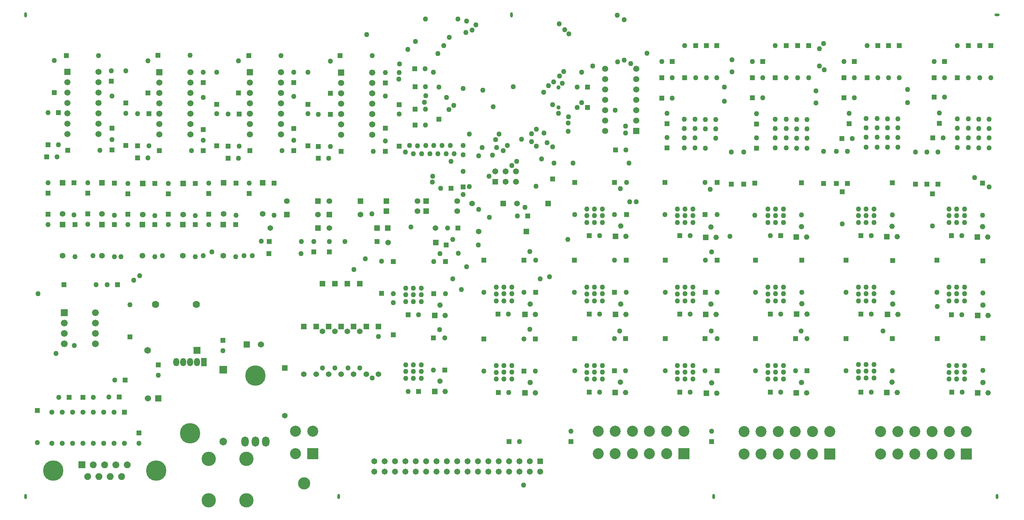
<source format=gbs>
G04*
G04 #@! TF.GenerationSoftware,Altium Limited,Altium Designer,18.1.7 (191)*
G04*
G04 Layer_Color=16711935*
%FSLAX44Y44*%
%MOMM*%
G71*
G01*
G75*
%ADD25C,1.4732*%
%ADD26R,1.4732X1.4732*%
%ADD27C,1.4000*%
%ADD28R,1.4000X1.4000*%
%ADD29R,1.2700X1.2700*%
%ADD30C,1.2700*%
%ADD31R,1.3716X1.3716*%
%ADD32C,1.3716*%
%ADD33R,1.2700X1.2700*%
%ADD34C,5.0000*%
%ADD35C,1.6510*%
%ADD36R,1.6510X1.6510*%
%ADD37R,1.6764X1.6764*%
%ADD38C,1.6764*%
%ADD39O,0.6400X1.2700*%
%ADD40O,1.2700X0.6400*%
%ADD41R,1.3716X1.3716*%
%ADD42R,1.4986X1.4986*%
%ADD43C,1.4986*%
%ADD44R,1.4000X1.4000*%
%ADD45C,1.7780*%
%ADD46R,1.5240X1.5240*%
%ADD47C,1.5240*%
%ADD48C,1.2954*%
%ADD49R,1.2954X1.2954*%
%ADD50O,1.4500X2.0000*%
%ADD51R,1.4500X2.0000*%
%ADD52R,1.8542X1.8542*%
%ADD53C,1.8542*%
%ADD54O,1.8000X2.5000*%
%ADD55C,1.0300*%
%ADD56C,1.3208*%
%ADD57R,1.3208X1.3208*%
%ADD58C,2.7000*%
%ADD59R,2.7000X2.7000*%
%ADD60C,3.0000*%
%ADD61C,3.5000*%
G36*
X285808Y120310D02*
X287816Y119479D01*
X289541Y118155D01*
X290864Y116431D01*
X291695Y114423D01*
X291979Y112268D01*
X291695Y110113D01*
X290864Y108105D01*
X289541Y106381D01*
X287816Y105057D01*
X285808Y104226D01*
X283653Y103942D01*
X281498Y104226D01*
X279490Y105057D01*
X277766Y106381D01*
X276442Y108105D01*
X275611Y110113D01*
X275327Y112268D01*
X275611Y114423D01*
X276442Y116431D01*
X277766Y118155D01*
X279490Y119479D01*
X281498Y120310D01*
X283653Y120594D01*
X285808Y120310D01*
D02*
G37*
G36*
X258122D02*
X260130Y119479D01*
X261854Y118155D01*
X263178Y116431D01*
X264009Y114423D01*
X264293Y112268D01*
X264009Y110113D01*
X263178Y108105D01*
X261854Y106381D01*
X260130Y105057D01*
X258122Y104226D01*
X255967Y103942D01*
X253812Y104226D01*
X251804Y105057D01*
X250079Y106381D01*
X248756Y108105D01*
X247924Y110113D01*
X247641Y112268D01*
X247924Y114423D01*
X248756Y116431D01*
X250079Y118155D01*
X251804Y119479D01*
X253812Y120310D01*
X255967Y120594D01*
X258122Y120310D01*
D02*
G37*
G36*
X230436D02*
X232444Y119479D01*
X234168Y118155D01*
X235492Y116431D01*
X236324Y114423D01*
X236607Y112268D01*
X236324Y110113D01*
X235492Y108105D01*
X234168Y106381D01*
X232444Y105057D01*
X230436Y104226D01*
X228281Y103942D01*
X226126Y104226D01*
X224118Y105057D01*
X222393Y106381D01*
X221070Y108105D01*
X220238Y110113D01*
X219955Y112268D01*
X220238Y114423D01*
X221070Y116431D01*
X222393Y118155D01*
X224118Y119479D01*
X226126Y120310D01*
X228281Y120594D01*
X230436Y120310D01*
D02*
G37*
G36*
X202750D02*
X204758Y119479D01*
X206483Y118155D01*
X207806Y116431D01*
X208638Y114423D01*
X208921Y112268D01*
X208638Y110113D01*
X207806Y108105D01*
X206483Y106381D01*
X204758Y105057D01*
X202750Y104226D01*
X200595Y103942D01*
X198440Y104226D01*
X196432Y105057D01*
X194708Y106381D01*
X193384Y108105D01*
X192553Y110113D01*
X192269Y112268D01*
X192553Y114423D01*
X193384Y116431D01*
X194708Y118155D01*
X196432Y119479D01*
X198440Y120310D01*
X200595Y120594D01*
X202750Y120310D01*
D02*
G37*
G36*
X175064D02*
X177072Y119479D01*
X178797Y118155D01*
X180120Y116431D01*
X180951Y114423D01*
X181235Y112268D01*
X180951Y110113D01*
X180120Y108105D01*
X178797Y106381D01*
X177072Y105057D01*
X175064Y104226D01*
X172909Y103942D01*
X170754Y104226D01*
X168746Y105057D01*
X167022Y106381D01*
X165698Y108105D01*
X164867Y110113D01*
X164583Y112268D01*
X164867Y114423D01*
X165698Y116431D01*
X167022Y118155D01*
X168746Y119479D01*
X170754Y120310D01*
X172909Y120594D01*
X175064Y120310D01*
D02*
G37*
G36*
X357756Y114315D02*
X360868Y113371D01*
X363736Y111838D01*
X366250Y109775D01*
X368313Y107261D01*
X369846Y104393D01*
X370790Y101280D01*
X371109Y98044D01*
X370790Y94808D01*
X369846Y91695D01*
X368313Y88827D01*
X366250Y86313D01*
X363736Y84250D01*
X360868Y82717D01*
X357756Y81773D01*
X354519Y81454D01*
X351283Y81773D01*
X348170Y82717D01*
X345302Y84250D01*
X342788Y86313D01*
X340725Y88827D01*
X339192Y91695D01*
X338248Y94808D01*
X337929Y98044D01*
X338248Y101280D01*
X339192Y104393D01*
X340725Y107261D01*
X342788Y109775D01*
X345302Y111838D01*
X348170Y113371D01*
X351283Y114315D01*
X354519Y114634D01*
X357756Y114315D01*
D02*
G37*
G36*
X105280D02*
X108392Y113371D01*
X111260Y111838D01*
X113774Y109775D01*
X115837Y107261D01*
X117370Y104393D01*
X118314Y101280D01*
X118633Y98044D01*
X118314Y94808D01*
X117370Y91695D01*
X115837Y88827D01*
X113774Y86313D01*
X111260Y84250D01*
X108392Y82717D01*
X105280Y81773D01*
X102043Y81454D01*
X98806Y81773D01*
X95694Y82717D01*
X92826Y84250D01*
X90312Y86313D01*
X88249Y88827D01*
X86716Y91695D01*
X85772Y94808D01*
X85453Y98044D01*
X85772Y101280D01*
X86716Y104393D01*
X88249Y107261D01*
X90312Y109775D01*
X92826Y111838D01*
X95694Y113371D01*
X98806Y114315D01*
X102043Y114634D01*
X105280Y114315D01*
D02*
G37*
G36*
X271965Y91862D02*
X273973Y91031D01*
X275697Y89707D01*
X277021Y87983D01*
X277852Y85975D01*
X278136Y83820D01*
X277852Y81665D01*
X277021Y79657D01*
X275697Y77933D01*
X273973Y76609D01*
X271965Y75778D01*
X269810Y75494D01*
X267655Y75778D01*
X265647Y76609D01*
X263923Y77933D01*
X262599Y79657D01*
X261768Y81665D01*
X261484Y83820D01*
X261768Y85975D01*
X262599Y87983D01*
X263923Y89707D01*
X265647Y91031D01*
X267655Y91862D01*
X269810Y92146D01*
X271965Y91862D01*
D02*
G37*
G36*
X244279D02*
X246287Y91031D01*
X248011Y89707D01*
X249335Y87983D01*
X250166Y85975D01*
X250450Y83820D01*
X250166Y81665D01*
X249335Y79657D01*
X248011Y77933D01*
X246287Y76609D01*
X244279Y75778D01*
X242124Y75494D01*
X239969Y75778D01*
X237961Y76609D01*
X236236Y77933D01*
X234913Y79657D01*
X234081Y81665D01*
X233798Y83820D01*
X234081Y85975D01*
X234913Y87983D01*
X236236Y89707D01*
X237961Y91031D01*
X239969Y91862D01*
X242124Y92146D01*
X244279Y91862D01*
D02*
G37*
G36*
X216593D02*
X218601Y91031D01*
X220326Y89707D01*
X221649Y87983D01*
X222481Y85975D01*
X222764Y83820D01*
X222481Y81665D01*
X221649Y79657D01*
X220326Y77933D01*
X218601Y76609D01*
X216593Y75778D01*
X214438Y75494D01*
X212283Y75778D01*
X210275Y76609D01*
X208550Y77933D01*
X207227Y79657D01*
X206395Y81665D01*
X206112Y83820D01*
X206395Y85975D01*
X207227Y87983D01*
X208550Y89707D01*
X210275Y91031D01*
X212283Y91862D01*
X214438Y92146D01*
X216593Y91862D01*
D02*
G37*
G36*
X188907D02*
X190915Y91031D01*
X192640Y89707D01*
X193963Y87983D01*
X194795Y85975D01*
X195078Y83820D01*
X194795Y81665D01*
X193963Y79657D01*
X192640Y77933D01*
X190915Y76609D01*
X188907Y75778D01*
X186752Y75494D01*
X184597Y75778D01*
X182589Y76609D01*
X180865Y77933D01*
X179541Y79657D01*
X178710Y81665D01*
X178426Y83820D01*
X178710Y85975D01*
X179541Y87983D01*
X180865Y89707D01*
X182589Y91031D01*
X184597Y91862D01*
X186752Y92146D01*
X188907Y91862D01*
D02*
G37*
D25*
X888800Y96000D02*
D03*
Y121400D02*
D03*
X914200Y96000D02*
D03*
Y121400D02*
D03*
X939600Y96000D02*
D03*
Y121400D02*
D03*
X965000Y96000D02*
D03*
Y121400D02*
D03*
X990400Y96000D02*
D03*
Y121400D02*
D03*
X1015800Y96000D02*
D03*
Y121400D02*
D03*
X1041200Y96000D02*
D03*
Y121400D02*
D03*
X1066600Y96000D02*
D03*
Y121400D02*
D03*
X1092000Y96000D02*
D03*
Y121400D02*
D03*
X1117400Y96000D02*
D03*
Y121400D02*
D03*
X1142800Y96000D02*
D03*
Y121400D02*
D03*
X1168200Y96000D02*
D03*
Y121400D02*
D03*
X1193600Y96000D02*
D03*
Y121400D02*
D03*
X1219000Y96000D02*
D03*
Y121400D02*
D03*
X1244400Y96000D02*
D03*
Y121400D02*
D03*
X1269800Y96000D02*
D03*
Y121400D02*
D03*
X1295200Y96000D02*
D03*
X1185000Y831242D02*
D03*
X1210400Y805842D02*
D03*
Y831242D02*
D03*
X1235800Y805842D02*
D03*
Y831242D02*
D03*
D26*
X1295200Y121400D02*
D03*
X1185000Y805842D02*
D03*
D27*
X1238885Y753041D02*
D03*
X1128522Y753021D02*
D03*
X1092430Y759000D02*
D03*
X995115Y759001D02*
D03*
X124891Y727126D02*
D03*
X124907Y625105D02*
D03*
X221998Y727126D02*
D03*
X221977Y625252D02*
D03*
X420614Y725580D02*
D03*
X321407Y725795D02*
D03*
X520000Y726900D02*
D03*
X615729Y726974D02*
D03*
X519163Y625104D02*
D03*
X321065Y625105D02*
D03*
X420125Y625251D02*
D03*
X750969Y725400D02*
D03*
X674770Y758440D02*
D03*
X778910Y758419D02*
D03*
X855110Y725399D02*
D03*
X1092430Y734000D02*
D03*
X995115Y734001D02*
D03*
D28*
X1315085Y753041D02*
D03*
X1204722Y753021D02*
D03*
X1016230Y759000D02*
D03*
X918915Y759001D02*
D03*
X674769Y725400D02*
D03*
X750970Y758440D02*
D03*
X855110Y758419D02*
D03*
X778910Y725399D02*
D03*
X1016230Y734000D02*
D03*
X918915Y734001D02*
D03*
D29*
X1264700Y722000D02*
D03*
X1065013Y651000D02*
D03*
X1077199Y790000D02*
D03*
X134727Y1114932D02*
D03*
X138321Y883158D02*
D03*
X309310Y864108D02*
D03*
X1637641Y482092D02*
D03*
X2081232Y673862D02*
D03*
X1415846Y290068D02*
D03*
X972255Y480068D02*
D03*
X128273Y553720D02*
D03*
X988722Y983904D02*
D03*
X988724Y944766D02*
D03*
X175326Y278130D02*
D03*
X1415846Y673862D02*
D03*
X2302510Y479806D02*
D03*
X2303780Y290068D02*
D03*
X2303028Y673862D02*
D03*
X2081232Y290068D02*
D03*
X1884837Y673862D02*
D03*
X1859437Y290068D02*
D03*
X2081232Y482092D02*
D03*
X2260346Y1013601D02*
D03*
X1859437Y482092D02*
D03*
X1593088Y1011118D02*
D03*
X1815107Y1011601D02*
D03*
X895750Y659359D02*
D03*
X1637641Y673862D02*
D03*
X86251Y867282D02*
D03*
X631590Y659359D02*
D03*
X531179Y863473D02*
D03*
X751840Y863216D02*
D03*
X362197Y881888D02*
D03*
X359347Y1115567D02*
D03*
X584139Y881888D02*
D03*
X581598Y1114932D02*
D03*
X807720Y880361D02*
D03*
X805180Y1114932D02*
D03*
X260285Y553720D02*
D03*
X278347Y320040D02*
D03*
X264226Y278892D02*
D03*
X988300Y1082590D02*
D03*
X988721Y1038574D02*
D03*
X1411041Y1037778D02*
D03*
Y988416D02*
D03*
X997655Y292092D02*
D03*
X1193292Y289638D02*
D03*
X1219300Y169300D02*
D03*
X1192022Y482092D02*
D03*
X1415846D02*
D03*
X1593088Y1061013D02*
D03*
X1618488Y1100386D02*
D03*
X1840316D02*
D03*
X1815108Y1061157D02*
D03*
X1637641Y290068D02*
D03*
X2034300Y912000D02*
D03*
X2039620Y1012103D02*
D03*
Y1060958D02*
D03*
X2065020Y1100386D02*
D03*
X2260346Y1061157D02*
D03*
X2285788Y1100386D02*
D03*
X2257171Y913257D02*
D03*
X141163Y278130D02*
D03*
X631079Y630000D02*
D03*
X1093700Y693002D02*
D03*
X1479550Y883666D02*
D03*
D30*
X1239300Y722000D02*
D03*
X1143753Y651000D02*
D03*
X1051799Y790000D02*
D03*
X907015Y611350D02*
D03*
X1477295Y613664D02*
D03*
X502856Y1074293D02*
D03*
X336869Y893952D02*
D03*
X213467Y1114932D02*
D03*
X280560Y973327D02*
D03*
X217061Y883158D02*
D03*
X90061Y975232D02*
D03*
X104922Y1102868D02*
D03*
X246652Y1016380D02*
D03*
X280561Y1077700D02*
D03*
X115461Y896492D02*
D03*
X334710Y864108D02*
D03*
X469837Y1074293D02*
D03*
X2214996Y878485D02*
D03*
X1663041Y482092D02*
D03*
X2106632Y673862D02*
D03*
X187096Y701969D02*
D03*
X935736Y532106D02*
D03*
X1033542Y344924D02*
D03*
X935736Y509380D02*
D03*
X1441246Y290068D02*
D03*
X997655Y480068D02*
D03*
X1325880Y891540D02*
D03*
X1106523Y871982D02*
D03*
X207013Y553720D02*
D03*
X779224Y659359D02*
D03*
X1014122Y983904D02*
D03*
X1014124Y944766D02*
D03*
X1699872Y613664D02*
D03*
X1477301Y725704D02*
D03*
X1379982D02*
D03*
X1821000Y724000D02*
D03*
X1990000Y880735D02*
D03*
X2269871Y878485D02*
D03*
X1699260Y804444D02*
D03*
X2243000Y878740D02*
D03*
X1764000D02*
D03*
X2048270Y880742D02*
D03*
X153425Y724525D02*
D03*
X740810Y659359D02*
D03*
X89332Y803264D02*
D03*
X518000Y392300D02*
D03*
X200726Y278130D02*
D03*
X1157733Y342104D02*
D03*
X1379474Y534924D02*
D03*
X1601724D02*
D03*
X1441246Y673862D02*
D03*
X1702816Y1061016D02*
D03*
X1921256Y342900D02*
D03*
X1822958D02*
D03*
X2020712Y880735D02*
D03*
X2267966Y500380D02*
D03*
X2327910Y479806D02*
D03*
X2329180Y290068D02*
D03*
X2328428Y673862D02*
D03*
X2106632Y290068D02*
D03*
X1859437Y673862D02*
D03*
X1884837Y290068D02*
D03*
X2106632Y482092D02*
D03*
X2044446Y342900D02*
D03*
X2267204Y534924D02*
D03*
X2256000Y697738D02*
D03*
X2044954Y534924D02*
D03*
X2285746Y1013601D02*
D03*
X1676019Y1061016D02*
D03*
X1728216D02*
D03*
X1794000Y878740D02*
D03*
X1601216Y725704D02*
D03*
X1822450Y534924D02*
D03*
X2035000Y702730D02*
D03*
X1884837Y482092D02*
D03*
X1618488Y1011118D02*
D03*
X1840507Y1011601D02*
D03*
X1255522Y534924D02*
D03*
X1284224Y613664D02*
D03*
X1157732Y534924D02*
D03*
X817010Y659359D02*
D03*
X469837Y907288D02*
D03*
X1663041Y673862D02*
D03*
X1477301Y421640D02*
D03*
X1380236Y342900D02*
D03*
X1063752Y532106D02*
D03*
X1034288Y610846D02*
D03*
X111651Y867282D02*
D03*
X483649Y701451D02*
D03*
X643669Y724312D02*
D03*
X549664Y622711D02*
D03*
X1601724Y342900D02*
D03*
X450604Y622565D02*
D03*
X351543D02*
D03*
X351544Y723255D02*
D03*
X252484Y724312D02*
D03*
X155371Y622503D02*
D03*
X285529Y801746D02*
D03*
X246652Y908939D02*
D03*
X483624Y803052D02*
D03*
X582684D02*
D03*
X384589Y801746D02*
D03*
X710330Y659359D02*
D03*
X89331Y701451D02*
D03*
X187096Y803264D02*
D03*
X252368Y622711D02*
D03*
X450604Y723255D02*
D03*
X550000Y724312D02*
D03*
X692087Y907669D02*
D03*
X556578Y863473D02*
D03*
X916320Y906143D02*
D03*
Y1073401D02*
D03*
X777240Y863216D02*
D03*
X469862Y1012952D02*
D03*
X334710Y1102233D02*
D03*
X309310Y972691D02*
D03*
X440937Y881888D02*
D03*
X502858Y972692D02*
D03*
X438088Y1115567D02*
D03*
X558357Y893317D02*
D03*
X726377Y1074165D02*
D03*
X692087Y1015365D02*
D03*
X556198Y1102105D02*
D03*
X530798Y972059D02*
D03*
X662879Y881888D02*
D03*
X726251Y972692D02*
D03*
X660338Y1114932D02*
D03*
X781050Y892807D02*
D03*
X950000Y1073400D02*
D03*
X916320Y1015617D02*
D03*
X781050Y1101340D02*
D03*
X751840Y971547D02*
D03*
X886460Y880361D02*
D03*
X950000Y972058D02*
D03*
X883920Y1114932D02*
D03*
X245000Y1077700D02*
D03*
X234885Y553720D02*
D03*
X252947Y320040D02*
D03*
X238826Y278892D02*
D03*
X312420Y165100D02*
D03*
X63500Y166497D02*
D03*
X359696Y332300D02*
D03*
X384589Y701452D02*
D03*
X285554Y701451D02*
D03*
X692087Y1074293D02*
D03*
X1013700Y1082590D02*
D03*
X1014121Y1038574D02*
D03*
X1385641Y1037778D02*
D03*
Y988416D02*
D03*
X972255Y292092D02*
D03*
X1255522Y420843D02*
D03*
X1218692Y289638D02*
D03*
X1244700Y169300D02*
D03*
X1371000Y194810D02*
D03*
X1217422Y482092D02*
D03*
X1441246D02*
D03*
X1506728Y804444D02*
D03*
X1605788Y914598D02*
D03*
Y974096D02*
D03*
X1618488Y1061013D02*
D03*
X1649349Y1139756D02*
D03*
X1593088Y1100386D02*
D03*
X1814916D02*
D03*
X1840508Y1061157D02*
D03*
X1825244Y973109D02*
D03*
X1825269Y913700D02*
D03*
X1699024Y342900D02*
D03*
X1715000Y194700D02*
D03*
X1663041Y290068D02*
D03*
X2059700Y912000D02*
D03*
X2052320Y974003D02*
D03*
X2065020Y1012103D02*
D03*
Y1060958D02*
D03*
X2039620Y1100386D02*
D03*
X2096008Y1139756D02*
D03*
X2148501Y1061016D02*
D03*
X2122255D02*
D03*
X2174748D02*
D03*
X1870988Y1139756D02*
D03*
X1925893Y1061016D02*
D03*
X1953345D02*
D03*
X1898440D02*
D03*
X2372211D02*
D03*
X2344696D02*
D03*
X2317180Y1139756D02*
D03*
X2399727Y1061016D02*
D03*
X2285746Y1061157D02*
D03*
X2260388Y1100386D02*
D03*
X2273046Y974852D02*
D03*
X2282571Y913257D02*
D03*
X1728668Y534924D02*
D03*
X1728724Y421640D02*
D03*
X1504225Y342900D02*
D03*
X2158000Y725000D02*
D03*
X1936115Y534923D02*
D03*
X1935333Y725000D02*
D03*
X2158000Y343238D02*
D03*
X2378964Y723714D02*
D03*
X2380000Y533654D02*
D03*
X2379853Y344170D02*
D03*
X2159270Y534000D02*
D03*
X1506474Y534924D02*
D03*
X1949196Y421640D02*
D03*
X1283716Y342103D02*
D03*
X1728470Y725704D02*
D03*
X1061974Y423664D02*
D03*
X115763Y278130D02*
D03*
X290000Y504952D02*
D03*
X709819Y630000D02*
D03*
X1068300Y693002D02*
D03*
X1504950Y883666D02*
D03*
X1047612Y1038384D02*
D03*
X1299000Y862000D02*
D03*
X1145023Y738023D02*
D03*
Y869745D02*
D03*
X1121996Y923000D02*
D03*
X1155000Y1030000D02*
D03*
X1106523Y775000D02*
D03*
X1031429Y805045D02*
D03*
X979000Y695000D02*
D03*
X1255000Y63000D02*
D03*
X154000Y405000D02*
D03*
X109000Y385000D02*
D03*
X65416Y532106D02*
D03*
X1329000Y851920D02*
D03*
X1376000Y852000D02*
D03*
X1513000D02*
D03*
X1342997Y1064998D02*
D03*
X1315916Y1041080D02*
D03*
X1327997Y1050998D02*
D03*
X1363380Y664620D02*
D03*
X1364000Y930000D02*
D03*
X1504696Y942000D02*
D03*
X1285000Y795000D02*
D03*
X1397000Y1000000D02*
D03*
Y1074848D02*
D03*
X1424000Y1089907D02*
D03*
X965000Y879000D02*
D03*
X1171000Y719000D02*
D03*
X1014124Y1205000D02*
D03*
X2334777Y723342D02*
D03*
X2334778Y706242D02*
D03*
X2315728Y706242D02*
D03*
X2315728Y723342D02*
D03*
X2296678Y706242D02*
D03*
Y722834D02*
D03*
X2315728Y739344D02*
D03*
X2334777D02*
D03*
X2296678D02*
D03*
X1725849Y912586D02*
D03*
X1714119Y440069D02*
D03*
X1490000Y440220D02*
D03*
X1270000Y634765D02*
D03*
Y444365D02*
D03*
X1048893Y443339D02*
D03*
X1049529Y630000D02*
D03*
X1669390Y355439D02*
D03*
X1650342D02*
D03*
X1631291D02*
D03*
Y338929D02*
D03*
Y322337D02*
D03*
X1650341Y339437D02*
D03*
X1650342Y322337D02*
D03*
X1669391Y322337D02*
D03*
X1669390Y339437D02*
D03*
X2112982Y547392D02*
D03*
X2093933D02*
D03*
X2074882D02*
D03*
Y530882D02*
D03*
Y514290D02*
D03*
X2093932Y531390D02*
D03*
X2093933Y514290D02*
D03*
X2112982Y514290D02*
D03*
X2112982Y531390D02*
D03*
Y739344D02*
D03*
X2093933D02*
D03*
X2074882D02*
D03*
Y722834D02*
D03*
Y706242D02*
D03*
X2093932Y723342D02*
D03*
X2093933Y706242D02*
D03*
X2112982Y706242D02*
D03*
X2112982Y723342D02*
D03*
X1891186Y739344D02*
D03*
X1872137D02*
D03*
X1853087D02*
D03*
Y722834D02*
D03*
Y706242D02*
D03*
X1872137Y723342D02*
D03*
X1872137Y706242D02*
D03*
X1891187Y706242D02*
D03*
X1891186Y723342D02*
D03*
Y547392D02*
D03*
X1872137D02*
D03*
X1853087D02*
D03*
Y530882D02*
D03*
Y514290D02*
D03*
X1872137Y531390D02*
D03*
X1872137Y514290D02*
D03*
X1891187Y514290D02*
D03*
X1891186Y531390D02*
D03*
Y355439D02*
D03*
X1872137D02*
D03*
X1853087D02*
D03*
Y338929D02*
D03*
Y322337D02*
D03*
X1872137Y339437D02*
D03*
X1872137Y322337D02*
D03*
X1891187Y322337D02*
D03*
X1891186Y339437D02*
D03*
X1669390Y739344D02*
D03*
X1650342D02*
D03*
X1631291D02*
D03*
Y722834D02*
D03*
Y706242D02*
D03*
X1650341Y723342D02*
D03*
X1650342Y706242D02*
D03*
X1669391Y706242D02*
D03*
X1669390Y723342D02*
D03*
X1669390Y547392D02*
D03*
X1650342D02*
D03*
X1631291D02*
D03*
Y530882D02*
D03*
Y514290D02*
D03*
X1650341Y531390D02*
D03*
X1650342Y514290D02*
D03*
X1669391Y514290D02*
D03*
X1669390Y531390D02*
D03*
X1447595Y739344D02*
D03*
X1428546D02*
D03*
X1409496D02*
D03*
Y722834D02*
D03*
Y706242D02*
D03*
X1428546Y723342D02*
D03*
X1428546Y706242D02*
D03*
X1447596Y706242D02*
D03*
X1447595Y723342D02*
D03*
X1004004Y545440D02*
D03*
X984955D02*
D03*
X965904D02*
D03*
Y528929D02*
D03*
Y512337D02*
D03*
X984955Y529438D02*
D03*
X984955Y512337D02*
D03*
X1004005Y512338D02*
D03*
X1004004Y529438D02*
D03*
Y357392D02*
D03*
X984955D02*
D03*
X965904D02*
D03*
Y340882D02*
D03*
Y324290D02*
D03*
X984955Y341390D02*
D03*
X984955Y324290D02*
D03*
X1004005Y324290D02*
D03*
X1004004Y341390D02*
D03*
X1225799Y547392D02*
D03*
X1206750D02*
D03*
X1187700D02*
D03*
Y530882D02*
D03*
Y514290D02*
D03*
X1206750Y531390D02*
D03*
X1206750Y514290D02*
D03*
X1225800Y514290D02*
D03*
X1225799Y531390D02*
D03*
Y355440D02*
D03*
X1206750D02*
D03*
X1187700D02*
D03*
Y338929D02*
D03*
Y322337D02*
D03*
X1206750Y339438D02*
D03*
X1206750Y322337D02*
D03*
X1225800Y322338D02*
D03*
X1225799Y339438D02*
D03*
X1447595Y547392D02*
D03*
X1428546D02*
D03*
X1409496D02*
D03*
Y530882D02*
D03*
Y514290D02*
D03*
X1428546Y531390D02*
D03*
X1428546Y514290D02*
D03*
X1447596Y514290D02*
D03*
X1447595Y531390D02*
D03*
Y355440D02*
D03*
X1428546D02*
D03*
X1409496D02*
D03*
Y338929D02*
D03*
Y322337D02*
D03*
X1428546Y339438D02*
D03*
X1428546Y322337D02*
D03*
X1447596Y322338D02*
D03*
X1447595Y339438D02*
D03*
X1760000Y672592D02*
D03*
X1935000Y440000D02*
D03*
X1700449Y888526D02*
D03*
X1675049Y889198D02*
D03*
X1648079D02*
D03*
X1675049Y913257D02*
D03*
X1648079D02*
D03*
X1725849Y935953D02*
D03*
X1700449D02*
D03*
X1675049Y936625D02*
D03*
X1648079D02*
D03*
Y959329D02*
D03*
X1675049D02*
D03*
X1700449Y958657D02*
D03*
X1725849D02*
D03*
X1948758Y888526D02*
D03*
X1923358D02*
D03*
X1897958Y889198D02*
D03*
X1870988D02*
D03*
X1948758Y912586D02*
D03*
X1923358D02*
D03*
X1897958Y913257D02*
D03*
X1870988D02*
D03*
X1948758Y935953D02*
D03*
X1923358D02*
D03*
X1897958Y936625D02*
D03*
X1870988D02*
D03*
Y959329D02*
D03*
X1897958D02*
D03*
X1923358Y958657D02*
D03*
X1948758D02*
D03*
X2171703Y890278D02*
D03*
X2146303D02*
D03*
X2120903Y890949D02*
D03*
X2093933D02*
D03*
X2171703Y914337D02*
D03*
X2146303D02*
D03*
X2120903Y915009D02*
D03*
X2093933D02*
D03*
X2171703Y937705D02*
D03*
X2146303D02*
D03*
X2120903Y938376D02*
D03*
X2093933D02*
D03*
Y961080D02*
D03*
X2120903D02*
D03*
X2146303Y960409D02*
D03*
X2171703D02*
D03*
X2394810Y889198D02*
D03*
X2369410D02*
D03*
X2344010Y889869D02*
D03*
X2317040D02*
D03*
X2394810Y913257D02*
D03*
X2369410D02*
D03*
X2344010Y913929D02*
D03*
X2317040D02*
D03*
X2394810Y936625D02*
D03*
X2369410D02*
D03*
X2344010Y937296D02*
D03*
X2317040D02*
D03*
Y960000D02*
D03*
X2344010D02*
D03*
X2369410Y959329D02*
D03*
X2394810D02*
D03*
X2334777Y547392D02*
D03*
X2315728D02*
D03*
X2296678D02*
D03*
Y530881D02*
D03*
Y514289D02*
D03*
X2315728Y531390D02*
D03*
X2315728Y514289D02*
D03*
X2334778Y514290D02*
D03*
X2334777Y531390D02*
D03*
Y355440D02*
D03*
X2315728D02*
D03*
X2296678D02*
D03*
Y338929D02*
D03*
Y322337D02*
D03*
X2315728Y339438D02*
D03*
X2315728Y322337D02*
D03*
X2334778Y322338D02*
D03*
X2334777Y339438D02*
D03*
X2112981Y342138D02*
D03*
X2112982Y325038D02*
D03*
X2093932Y325038D02*
D03*
X2093932Y342138D02*
D03*
X2074882Y325038D02*
D03*
Y341630D02*
D03*
Y358140D02*
D03*
X2093932D02*
D03*
X2112981D02*
D03*
X761869Y350000D02*
D03*
X268348Y622503D02*
D03*
X792349Y350000D02*
D03*
X300000Y565000D02*
D03*
X314522Y575850D02*
D03*
X370000Y625000D02*
D03*
X824988Y350000D02*
D03*
X469837Y625252D02*
D03*
X200000Y625251D02*
D03*
X853690Y349731D02*
D03*
X570000Y625000D02*
D03*
X590000D02*
D03*
X491041Y633959D02*
D03*
X611923Y660000D02*
D03*
X883920Y325400D02*
D03*
X899129Y426606D02*
D03*
X985000Y875000D02*
D03*
X1170000Y820000D02*
D03*
X1032000Y819745D02*
D03*
X1225997Y845998D02*
D03*
X1237998Y855998D02*
D03*
X1077000Y856000D02*
D03*
X1094000Y1205000D02*
D03*
X1250000Y910000D02*
D03*
X1186501Y909501D02*
D03*
X1080857Y568000D02*
D03*
Y665000D02*
D03*
X1106523Y831242D02*
D03*
X1121998Y793998D02*
D03*
X1339997Y973998D02*
D03*
X1326000Y994660D02*
D03*
X1295000Y568000D02*
D03*
X1349997Y1046998D02*
D03*
X1365000Y965092D02*
D03*
X1364000Y950000D02*
D03*
X1113000Y1172000D02*
D03*
X1304068Y1025068D02*
D03*
X1178501Y871070D02*
D03*
X1530997Y756999D02*
D03*
X1515000Y756995D02*
D03*
X1479000Y981456D02*
D03*
X1355150Y1178150D02*
D03*
X1365997Y1167998D02*
D03*
X1352997Y1075998D02*
D03*
X1557000Y1121000D02*
D03*
X1501000Y1104000D02*
D03*
Y1203000D02*
D03*
X1485000Y1100000D02*
D03*
X1484000Y1213850D02*
D03*
X1712000Y787000D02*
D03*
X1492078Y789000D02*
D03*
X1274000Y924000D02*
D03*
X1274003Y903998D02*
D03*
X1286152Y935000D02*
D03*
X1286000Y893000D02*
D03*
X2395000Y793242D02*
D03*
X2360000Y816459D02*
D03*
X2135000Y440069D02*
D03*
X1979459Y1132000D02*
D03*
Y1090000D02*
D03*
X1990000Y1145000D02*
D03*
X1990996Y1079998D02*
D03*
X1765000Y1075000D02*
D03*
X1128998Y1177998D02*
D03*
X1194501Y922499D02*
D03*
X1229550Y1039000D02*
D03*
X1180000Y990000D02*
D03*
X1258000Y743000D02*
D03*
X1746371Y1002982D02*
D03*
Y1038000D02*
D03*
X1971192Y999000D02*
D03*
X1970686Y1029000D02*
D03*
X2195000Y1000000D02*
D03*
Y1032000D02*
D03*
X1318000Y573506D02*
D03*
X1114945Y598000D02*
D03*
X1095006Y631000D02*
D03*
X1102000Y542218D02*
D03*
X1342000Y1193000D02*
D03*
X1137998Y1189998D02*
D03*
X1114998Y1199998D02*
D03*
X1024998Y874998D02*
D03*
X1005000Y874887D02*
D03*
X1045000Y875000D02*
D03*
X1064998Y874998D02*
D03*
X1084998D02*
D03*
X1075000Y894587D02*
D03*
X1055000Y895000D02*
D03*
X1035000Y894996D02*
D03*
X1014998Y894998D02*
D03*
X995000Y893951D02*
D03*
X975000Y895000D02*
D03*
X869985Y1167000D02*
D03*
X1188998Y889998D02*
D03*
X1153000Y889869D02*
D03*
X1205000Y882269D02*
D03*
X1311914Y901390D02*
D03*
X1765000Y1105281D02*
D03*
X1517000Y1096000D02*
D03*
X1504696Y925000D02*
D03*
X1305000D02*
D03*
X1215000Y894996D02*
D03*
X1715000Y633959D02*
D03*
X838780Y591000D02*
D03*
X867000Y617000D02*
D03*
X883000Y727126D02*
D03*
X1072848Y1160000D02*
D03*
X990000Y1150000D02*
D03*
X951000Y1095000D02*
D03*
X949000Y1057656D02*
D03*
X1059000Y1139756D02*
D03*
X971000Y1130000D02*
D03*
X1034000Y1074293D02*
D03*
X1045000Y1120000D02*
D03*
X1015000Y1017080D02*
D03*
X1012000Y1001000D02*
D03*
X1072120Y983120D02*
D03*
X1083998Y992998D02*
D03*
X1066000Y1013000D02*
D03*
X1106996Y894996D02*
D03*
X1107000Y1035000D02*
D03*
D31*
X1261863Y684000D02*
D03*
X1039368Y657000D02*
D03*
X895750Y692379D02*
D03*
X750970D02*
D03*
X922199Y693000D02*
D03*
D32*
X1145023Y684000D02*
D03*
X922528Y657000D02*
D03*
X670000Y233160D02*
D03*
X778910Y692379D02*
D03*
X634130D02*
D03*
X899129Y334150D02*
D03*
X869184D02*
D03*
X838069D02*
D03*
X807996Y334149D02*
D03*
X716149Y334150D02*
D03*
X853690Y439022D02*
D03*
X822996Y439190D02*
D03*
X792349D02*
D03*
X777109Y334150D02*
D03*
X746629D02*
D03*
X761869Y439190D02*
D03*
X1039040Y693000D02*
D03*
D33*
X907015Y532610D02*
D03*
X1477295Y534924D02*
D03*
X502856Y995553D02*
D03*
X336869Y972692D02*
D03*
X280560Y894587D02*
D03*
X90061Y896492D02*
D03*
X104922Y1024128D02*
D03*
X246652Y937641D02*
D03*
X280561Y998960D02*
D03*
X115461Y975232D02*
D03*
X469837Y1048893D02*
D03*
X2214996Y799745D02*
D03*
X187096Y727369D02*
D03*
X935736Y610846D02*
D03*
X1033542Y423664D02*
D03*
X935736Y430640D02*
D03*
X1325880Y812800D02*
D03*
X1106523Y793242D02*
D03*
X779224Y633959D02*
D03*
X1699872Y534924D02*
D03*
X1477301Y804444D02*
D03*
X1379982D02*
D03*
X1821000Y802740D02*
D03*
X1990000Y801995D02*
D03*
X2269871Y799745D02*
D03*
X1699260Y725704D02*
D03*
X2243000Y800000D02*
D03*
X1764000D02*
D03*
X2048270Y802002D02*
D03*
X153425Y803265D02*
D03*
X740810Y633959D02*
D03*
X89332Y777864D02*
D03*
X518000Y417700D02*
D03*
X1157733Y420844D02*
D03*
X1379474Y613664D02*
D03*
X1601724D02*
D03*
X1702816Y1139756D02*
D03*
X1921256Y421640D02*
D03*
X1822958D02*
D03*
X2020712Y801995D02*
D03*
X2267966Y421640D02*
D03*
X2044446D02*
D03*
X2267204Y613664D02*
D03*
X2256000Y776478D02*
D03*
X2044954Y613664D02*
D03*
X1676019Y1139756D02*
D03*
X1728216D02*
D03*
X1794000Y800000D02*
D03*
X1601216Y804444D02*
D03*
X1822450Y613664D02*
D03*
X2035000Y781470D02*
D03*
X1255522Y613664D02*
D03*
X1284224Y534924D02*
D03*
X1157732Y613664D02*
D03*
X469837Y881888D02*
D03*
X1477301Y342900D02*
D03*
X1380236Y421640D02*
D03*
X1063752Y610846D02*
D03*
X1034288Y532106D02*
D03*
X483649Y726852D02*
D03*
X643669Y803052D02*
D03*
X549664Y701451D02*
D03*
X1601724Y421640D02*
D03*
X450604Y701305D02*
D03*
X351543D02*
D03*
X351544Y801995D02*
D03*
X252484Y803052D02*
D03*
X155371Y701243D02*
D03*
X285529Y776346D02*
D03*
X246652Y883539D02*
D03*
X483624Y777652D02*
D03*
X582684D02*
D03*
X384589Y776346D02*
D03*
X89331Y726852D02*
D03*
X187096Y777864D02*
D03*
X252368Y701451D02*
D03*
X450604Y801995D02*
D03*
X550000Y803052D02*
D03*
X692087Y882269D02*
D03*
X916320Y880742D02*
D03*
Y1048001D02*
D03*
X469862Y934212D02*
D03*
X334710Y1023493D02*
D03*
X309310Y893951D02*
D03*
X502858Y893952D02*
D03*
X558357Y972057D02*
D03*
X726377Y995425D02*
D03*
X692087Y936625D02*
D03*
X556198Y1023365D02*
D03*
X530798Y893319D02*
D03*
X726251Y893952D02*
D03*
X781050Y971547D02*
D03*
X950000Y994660D02*
D03*
X916320Y936877D02*
D03*
X781050Y1022600D02*
D03*
X751840Y892807D02*
D03*
X950000Y893318D02*
D03*
X245000Y1052300D02*
D03*
X312420Y190500D02*
D03*
X63500Y245237D02*
D03*
X359696Y357700D02*
D03*
X384589Y726852D02*
D03*
X285554Y726852D02*
D03*
X692087Y1048893D02*
D03*
X1255522Y342103D02*
D03*
X1371000Y169410D02*
D03*
X1506728Y725704D02*
D03*
X1605788Y889198D02*
D03*
Y948696D02*
D03*
X1649349Y1061016D02*
D03*
X1825244Y947709D02*
D03*
X1825269Y888300D02*
D03*
X1699024Y421640D02*
D03*
X1715000Y169300D02*
D03*
X2052320Y948603D02*
D03*
X2096008Y1061016D02*
D03*
X2148501Y1139756D02*
D03*
X2122255D02*
D03*
X2174748D02*
D03*
X1870988Y1061016D02*
D03*
X1925893Y1139756D02*
D03*
X1953345D02*
D03*
X1898440D02*
D03*
X2372211D02*
D03*
X2344696D02*
D03*
X2317180Y1061016D02*
D03*
X2399727Y1139756D02*
D03*
X2273046Y949452D02*
D03*
X1728668Y613664D02*
D03*
X1728724Y342900D02*
D03*
X1504225Y421640D02*
D03*
X2158000Y803740D02*
D03*
X1936115Y613663D02*
D03*
X1935333Y803740D02*
D03*
X2158000Y421978D02*
D03*
X2378964Y802454D02*
D03*
X2380000Y612394D02*
D03*
X2379853Y422910D02*
D03*
X2159270Y612740D02*
D03*
X1506474Y613664D02*
D03*
X1949196Y342900D02*
D03*
X1283716Y420843D02*
D03*
X1728470Y804444D02*
D03*
X1061974Y344924D02*
D03*
X290000Y426212D02*
D03*
X1047612Y959644D02*
D03*
D34*
X102043Y98044D02*
D03*
X354519D02*
D03*
X438088Y189299D02*
D03*
X597856Y330902D02*
D03*
D35*
X269810Y83820D02*
D03*
X242124D02*
D03*
X214438D02*
D03*
X186752D02*
D03*
X283653Y112268D02*
D03*
X255967D02*
D03*
X228281D02*
D03*
X200595D02*
D03*
X334000Y393000D02*
D03*
D36*
X172909Y112268D02*
D03*
X454904Y393000D02*
D03*
D37*
X129540Y485140D02*
D03*
D38*
Y459740D02*
D03*
Y434340D02*
D03*
Y408940D02*
D03*
X205740D02*
D03*
Y434340D02*
D03*
Y459740D02*
D03*
Y485140D02*
D03*
D39*
X1225000Y1215000D02*
D03*
X1720000Y35000D02*
D03*
X2415000Y35000D02*
D03*
X35000Y1215000D02*
D03*
Y35000D02*
D03*
X802000Y35000D02*
D03*
D40*
X2415000Y1215000D02*
D03*
D41*
X670000Y350000D02*
D03*
X899129Y450990D02*
D03*
X869184D02*
D03*
X838069D02*
D03*
X807996Y450989D02*
D03*
X716149Y450990D02*
D03*
X853690Y555863D02*
D03*
X822996Y556030D02*
D03*
X792349D02*
D03*
X777109Y450990D02*
D03*
X746629D02*
D03*
X761869Y556030D02*
D03*
D42*
X584137Y1074165D02*
D03*
X362197Y1074293D02*
D03*
X137267Y1074928D02*
D03*
X807720Y1073400D02*
D03*
X1530858Y930656D02*
D03*
D43*
X584137Y1048765D02*
D03*
Y1023365D02*
D03*
Y997965D02*
D03*
Y972566D02*
D03*
Y947166D02*
D03*
Y921766D02*
D03*
X660338D02*
D03*
Y947166D02*
D03*
Y972566D02*
D03*
Y997965D02*
D03*
Y1023365D02*
D03*
Y1048765D02*
D03*
Y1074165D02*
D03*
X362197Y1048893D02*
D03*
Y1023493D02*
D03*
Y998092D02*
D03*
Y972692D02*
D03*
Y947292D02*
D03*
Y921892D02*
D03*
X438397D02*
D03*
Y947292D02*
D03*
Y972692D02*
D03*
Y998092D02*
D03*
Y1023493D02*
D03*
Y1048893D02*
D03*
Y1074293D02*
D03*
X137267Y1049528D02*
D03*
Y1024128D02*
D03*
Y998727D02*
D03*
Y973327D02*
D03*
Y947927D02*
D03*
Y922527D02*
D03*
X213467D02*
D03*
Y947927D02*
D03*
Y973327D02*
D03*
Y998727D02*
D03*
Y1024128D02*
D03*
Y1049528D02*
D03*
Y1074928D02*
D03*
X807720Y1048000D02*
D03*
Y1022600D02*
D03*
Y997200D02*
D03*
Y971800D02*
D03*
Y946400D02*
D03*
Y921000D02*
D03*
X883920D02*
D03*
Y946400D02*
D03*
Y971800D02*
D03*
Y997200D02*
D03*
Y1022600D02*
D03*
Y1048000D02*
D03*
Y1073400D02*
D03*
X1530858Y956056D02*
D03*
Y981456D02*
D03*
Y1006856D02*
D03*
Y1032256D02*
D03*
Y1057656D02*
D03*
Y1083056D02*
D03*
X1454658D02*
D03*
Y1057656D02*
D03*
Y1032256D02*
D03*
Y1006856D02*
D03*
Y981456D02*
D03*
Y956056D02*
D03*
Y930656D02*
D03*
D44*
X124891Y803326D02*
D03*
X124907Y701305D02*
D03*
X221998Y803326D02*
D03*
X221977Y701451D02*
D03*
X420614Y801780D02*
D03*
X321407Y801995D02*
D03*
X520000Y803100D02*
D03*
X615729Y803174D02*
D03*
X519163Y701304D02*
D03*
X321065Y701305D02*
D03*
X420125Y701451D02*
D03*
D45*
X453144Y505587D02*
D03*
X353068D02*
D03*
D46*
X359697Y275590D02*
D03*
X576320Y407000D02*
D03*
D47*
X334551Y275590D02*
D03*
X611372Y407000D02*
D03*
D48*
X276926Y165100D02*
D03*
X251526D02*
D03*
X226126D02*
D03*
X200726D02*
D03*
X175326D02*
D03*
X149926D02*
D03*
X124526D02*
D03*
X99126D02*
D03*
Y241300D02*
D03*
X124526D02*
D03*
X149926D02*
D03*
X175326D02*
D03*
X200726D02*
D03*
X226126D02*
D03*
X251526D02*
D03*
D49*
X276926D02*
D03*
D50*
X403894Y363749D02*
D03*
X420912D02*
D03*
X437930D02*
D03*
X454948D02*
D03*
D51*
X471966D02*
D03*
D52*
X519163Y345414D02*
D03*
D53*
Y169138D02*
D03*
D54*
X622934Y169138D02*
D03*
X597607Y169652D02*
D03*
X572135Y169138D02*
D03*
D55*
X1340106Y988016D02*
D03*
Y1036816D02*
D03*
D56*
X2170303Y671322D02*
D03*
X2157603Y696722D02*
D03*
X1948688Y481590D02*
D03*
X1935988Y506990D02*
D03*
X1726396Y669545D02*
D03*
X1713696Y694945D02*
D03*
X2391664Y670560D02*
D03*
X2378964Y695960D02*
D03*
X2392934Y478282D02*
D03*
X2380234Y503682D02*
D03*
X2170176Y289638D02*
D03*
X2157476Y315038D02*
D03*
X2392553Y288329D02*
D03*
X2379853Y313729D02*
D03*
X2171570Y480861D02*
D03*
X2158870Y506261D02*
D03*
X1948434Y288798D02*
D03*
X1935734Y314198D02*
D03*
X1948172Y670814D02*
D03*
X1935472Y696214D02*
D03*
X1726636Y480861D02*
D03*
X1713936Y506261D02*
D03*
X1505204Y672338D02*
D03*
X1492504Y697738D02*
D03*
X1504950Y481330D02*
D03*
X1492250Y506730D02*
D03*
X1283900Y288329D02*
D03*
X1271200Y313729D02*
D03*
X1062228Y292092D02*
D03*
X1049528Y317492D02*
D03*
X1062228Y478544D02*
D03*
X1049528Y503944D02*
D03*
X1504696Y289814D02*
D03*
X1491996Y315214D02*
D03*
X1283335Y480861D02*
D03*
X1270635Y506261D02*
D03*
X1728216Y288036D02*
D03*
X1715516Y313436D02*
D03*
D57*
X2144903Y671322D02*
D03*
X1923288Y481590D02*
D03*
X1700996Y669545D02*
D03*
X2366264Y670560D02*
D03*
X2367534Y478282D02*
D03*
X2144776Y289638D02*
D03*
X2367153Y288329D02*
D03*
X2146170Y480861D02*
D03*
X1923034Y288798D02*
D03*
X1922772Y670814D02*
D03*
X1701236Y480861D02*
D03*
X1479804Y672338D02*
D03*
X1479550Y481330D02*
D03*
X1258500Y288329D02*
D03*
X1036828Y292092D02*
D03*
Y478544D02*
D03*
X1479296Y289814D02*
D03*
X1257935Y480861D02*
D03*
X1702816Y288036D02*
D03*
D58*
X1437246Y139860D02*
D03*
X1479246D02*
D03*
X1521246D02*
D03*
X1563246D02*
D03*
X1605246D02*
D03*
X1437246Y194860D02*
D03*
X1479246D02*
D03*
X1521246D02*
D03*
X1563246D02*
D03*
X1605246D02*
D03*
X1647246D02*
D03*
X1794647Y139000D02*
D03*
X1836647D02*
D03*
X1878647D02*
D03*
X1920647D02*
D03*
X1962647D02*
D03*
X1794647Y194000D02*
D03*
X1836647D02*
D03*
X1878647D02*
D03*
X1920647D02*
D03*
X1962647D02*
D03*
X2004647D02*
D03*
X696000Y139860D02*
D03*
X738000Y194860D02*
D03*
X696000D02*
D03*
X2339515Y194000D02*
D03*
X2297515D02*
D03*
X2255515D02*
D03*
X2213515D02*
D03*
X2171515D02*
D03*
X2129515D02*
D03*
X2297515Y139000D02*
D03*
X2255515D02*
D03*
X2213515D02*
D03*
X2171515D02*
D03*
X2129515D02*
D03*
D59*
X1647246Y139860D02*
D03*
X2004647Y139000D02*
D03*
X738000Y139860D02*
D03*
X2339515Y139000D02*
D03*
D60*
X717000Y66860D02*
D03*
D61*
X483756Y25000D02*
D03*
X575956D02*
D03*
Y126600D02*
D03*
X483756D02*
D03*
M02*

</source>
